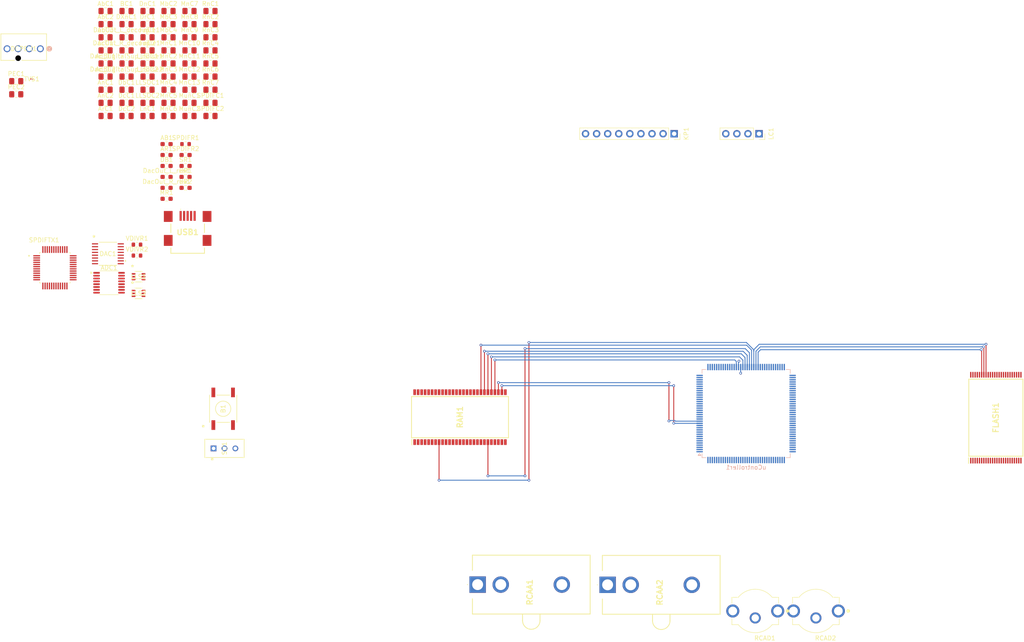
<source format=kicad_pcb>
(kicad_pcb (version 20240108) (generator "pcbnew") (generator_version "8.0")
  (layers (0 "F.Cu" signal "F_Analog.Cu") (1 "In1.Cu" signal "PWR") (2 "In2.Cu" signal "GND") (31 "B.Cu" signal "B_Digital.Cu") (34 "B.Paste" user) (35 "F.Paste" user) (36 "B.SilkS" user "B.Silkscreen") (37 "F.SilkS" user "F.Silkscreen") (38 "B.Mask" user) (39 "F.Mask" user) (44 "Edge.Cuts" user))
  (net 0 "")
  (net 1 "GNDA")
  (net 2 "/I2S1_WS")
  (net 3 "VDDA")
  (net 4 "VDD")
  (net 5 "/I2S1_SDI")
  (net 6 "Net-(ADC1-VA)")
  (net 7 "Net-(ADC1-RIN)")
  (net 8 "Net-(ADC1-REGO)")
  (net 9 "/I2S1_CK")
  (net 10 "/I2S1_MCK")
  (net 11 "Net-(ADC1-VCOM)")
  (net 12 "GNDD")
  (net 13 "Net-(ADC1-LIN)")
  (net 14 "Net-(AdbC1-Pad1)")
  (net 15 "Net-(AdbC2-Pad1)")
  (net 16 "/RST_BTN")
  (net 17 "Net-(DacOut_L_decouple1-Pad1)")
  (net 18 "Net-(DAC1-VREF)")
  (net 19 "Net-(DAC1-CPCB)")
  (net 20 "Net-(DAC1-CPOUT)")
  (net 21 "/I2S2_MCK")
  (net 22 "/I2S2_SDO")
  (net 23 "/I2S2_WS")
  (net 24 "Net-(DacOut_R_decouple1-Pad1)")
  (net 25 "/I2S2_CK")
  (net 26 "Net-(DAC1-CPCA)")
  (net 27 "Net-(DAC1-VDDA)")
  (net 28 "Net-(DAC1-RLINEOUT)")
  (net 29 "Net-(DAC1-LLINEOU)")
  (net 30 "Net-(LLS1-B)")
  (net 31 "Net-(LLS2-B)")
  (net 32 "/FMC_D0")
  (net 34 "/FMC_D6")
  (net 36 "/FMC_NWAIT")
  (net 39 "/FMC_D7")
  (net 41 "/FMC_D1")
  (net 42 "/FMC_NOE")
  (net 45 "/FMC_D5")
  (net 48 "/FMC_NWE")
  (net 49 "/FMC_D4")
  (net 56 "/FMC_ALE")
  (net 57 "/FMC_NCE")
  (net 66 "/Flash_WP")
  (net 68 "/FMC_D3")
  (net 70 "/FMC_CLE")
  (net 74 "/FMC_D2")
  (net 76 "Net-(uController1-VREF+)")
  (net 77 "VDD_DIV")
  (net 78 "/FMC_A3")
  (net 79 "/I2C2_SCL")
  (net 80 "/FMC_A9")
  (net 82 "/FMC_D11")
  (net 83 "/FMC_D10")
  (net 84 "/FMC_NBL0")
  (net 85 "/FMC_A7")
  (net 86 "/FMC_A2")
  (net 87 "/FMC_A1")
  (net 88 "/FMC_SDCKE0")
  (net 89 "/FMC_D15")
  (net 90 "/FMC_A0")
  (net 91 "/FMC_A6")
  (net 92 "/FMC_D8")
  (net 93 "/FMC_BA1")
  (net 94 "/FMC_A8")
  (net 95 "/FMC_D12")
  (net 96 "/FMC_D14")
  (net 97 "/FMC_SDNRAS")
  (net 98 "/FMC_SDNE0")
  (net 99 "/FMC_D9")
  (net 100 "/FMC_A4")
  (net 101 "/FMC_NBL1")
  (net 102 "/FMC_BA0")
  (net 103 "/FMC_A5")
  (net 104 "/FMC_SDNWE")
  (net 105 "/FMC_SDCLK")
  (net 106 "/FMC_SDNCAS")
  (net 108 "/FMC_D13")
  (net 109 "/FMC_A10")
  (net 110 "Net-(MbC3-Pad1)")
  (net 111 "Net-(MbC4-Pad1)")
  (net 115 "/I2S3_CK")
  (net 122 "/I2C1_SDA")
  (net 126 "/I2S3_WS")
  (net 138 "/I2S3_MCK")
  (net 141 "/SPDIFTX_OUT")
  (net 147 "/I2C1_SCL")
  (net 151 "/I2S3_SDO")
  (net 152 "/SPDIFRX_IN0")
  (net 155 "/I2C2_SDA")
  (net 158 "Net-(RCAD1-Pad2)")
  (net 160 "Net-(RCAD2-Pad2)")
  (net 162 "Net-(SPDIFC2-Pad2)")
  (net 166 "/KP_Col3")
  (net 167 "Net-(SR1-Pad1)")
  (net 168 "/BOOTSW")
  (net 170 "/USB_OTG_HS_VBUS")
  (net 171 "/USB_OTG_HS_DP")
  (net 172 "/KP_Row2")
  (net 173 "/USB_OTG_HS_DM")
  (net 175 "/KP_Col4")
  (net 180 "Net-(UR1-Pad2)")
  (net 183 "/KP_Row3")
  (net 191 "/KP_Row1")
  (net 197 "/KP_Col2")
  (net 198 "/FMC_A11")
  (net 200 "/KP_Col1")
  (net 201 "Net-(DCPEM1-Pad1)")
  (net 204 "/KP_Col5")
  (net 214 "Net-(DCPEM1-Pad2)")
  (net 215 "Net-(ADC1-~{PDN})")
  (net 216 "/KP_Row4")
  (net 219 "Net-(USB1-MP1)")
  (footprint "Capacitor_SMD:C_0805_2012Metric_Pad1.18x1.45mm_HandSolder" (layer "F.Cu") (at 66.149 33.4006)
    (property "Reference" "DbC1")
    (property "Value" "15u")
  )
  (footprint "CustomModels:SOD-962   SL2_TOS" (layer "F.Cu") (at 44.4248 30.937799)
    (property "Reference" "TVS1")
    (property "Value" "DF2S5M4SL_L3F")
  )
  (footprint "Resistor_SMD:R_0603_1608Metric_Pad0.98x0.95mm_HandSolder" (layer "F.Cu") (at 79.679 53.4006)
    (property "Reference" "UR1")
    (property "Value" "33k")
  )
  (footprint "Capacitor_SMD:C_0805_2012Metric_Pad1.18x1.45mm_HandSolder" (layer "F.Cu") (at 75.769 15.3406)
    (property "Reference" "MbC2")
    (property "Value" "1u")
  )
  (footprint "Capacitor_SMD:C_0805_2012Metric_Pad1.18x1.45mm_HandSolder" (layer "F.Cu") (at 80.579 21.3606)
    (property "Reference" "MnC9")
    (property "Value" "0.1u")
  )
  (footprint "Capacitor_SMD:C_0805_2012Metric_Pad1.18x1.45mm_HandSolder" (layer "F.Cu") (at 66.149 27.3806)
    (property "Reference" "Dac_DigitalSup_noise1")
    (property "Value" "0.15u")
  )
  (footprint "Capacitor_SMD:C_0805_2012Metric_Pad1.18x1.45mm_HandSolder" (layer "F.Cu") (at 70.959 33.4006)
    (property "Reference" "LLSOC1")
    (property "Value" "0.15u")
  )
  (footprint "Capacitor_SMD:C_0805_2012Metric_Pad1.18x1.45mm_HandSolder" (layer "F.Cu") (at 75.769 39.4206)
    (property "Reference" "MnC6")
    (property "Value" "0.1u")
  )
  (footprint "Capacitor_SMD:C_0805_2012Metric_Pad1.18x1.45mm_HandSolder" (layer "F.Cu") (at 70.959 36.4106)
    (property "Reference" "LLSOC2")
    (property "Value" "0.15u")
  )
  (footprint "CustomModels:DIX9211PTR" (layer "F.Cu") (at 49.724 74.2506)
    (property "Reference" "SPDIFTX1")
    (property "Value" "DIX9211PTR")
  )
  (footprint "Capacitor_SMD:C_0805_2012Metric_Pad1.18x1.45mm_HandSolder" (layer "F.Cu") (at 80.579 30.3906)
    (property "Reference" "MnC12")
    (property "Value" "0.1u")
  )
  (footprint "Resistor_SMD:R_0603_1608Metric" (layer "F.Cu") (at 68.539 71.4506)
    (property "Reference" "VDIVR2")
    (property "Value" "2.21k")
  )
  (footprint "Capacitor_SMD:C_0805_2012Metric_Pad1.18x1.45mm_HandSolder" (layer "F.Cu") (at 61.339 39.4206)
    (property "Reference" "ArC1")
    (property "Value" "1u")
  )
  (footprint "Capacitor_SMD:C_0805_2012Metric_Pad1.18x1.45mm_HandSolder" (layer "F.Cu") (at 85.389 24.3706)
    (property "Reference" "RnC4")
    (property "Value" "0.15u")
  )
  (footprint "Capacitor_SMD:C_0805_2012Metric_Pad1.18x1.45mm_HandSolder" (layer "F.Cu") (at 80.579 15.3406)
    (property "Reference" "MnC7")
    (property "Value" "0.1u")
  )
  (footprint "Capacitor_SMD:C_0805_2012Metric_Pad1.18x1.45mm_HandSolder" (layer "F.Cu") (at 85.389 27.3806)
    (property "Reference" "RnC5")
    (property "Value" "0.15u")
  )
  (footprint "Capacitor_SMD:C_0805_2012Metric_Pad1.18x1.45mm_HandSolder" (layer "F.Cu") (at 61.339 36.4106)
    (property "Reference" "AnC2")
    (property "Value" "0.1u")
  )
  (footprint "Resistor_SMD:R_0603_1608Metric_Pad0.98x0.95mm_HandSolder" (layer "F.Cu") (at 75.329 45.8706)
    (property "Reference" "AB1")
    (property "Value" "600")
  )
  (footprint "Capacitor_SMD:C_0805_2012Metric_Pad1.18x1.45mm_HandSolder" (layer "F.Cu") (at 85.389 39.4206)
    (property "Reference" "SPDIFC2")
    (property "Value" "0.1u")
  )
  (footprint "Capacitor_SMD:C_0805_2012Metric_Pad1.18x1.45mm_HandSolder" (layer "F.Cu") (at 66.149 36.4106)
    (property "Reference" "DcC1")
    (property "Value" "220nF")
  )
  (footprint "Capacitor_SMD:C_0805_2012Metric_Pad1.18x1.45mm_HandSolder" (layer "F.Cu") (at 80.579 36.4106)
    (property "Reference" "MunC1")
    (property "Value" "0.1u")
  )
  (footprint "Resistor_SMD:R_0603_1608Metric" (layer "F.Cu") (at 68.539 68.9406)
    (property "Reference" "VDIVR1")
    (property "Value" "8.87k")
  )
  (footprint "Capacitor_SMD:C_0805_2012Metric_Pad1.18x1.45mm_HandSolder" (layer "F.Cu") (at 80.579 33.4006)
    (property "Reference" "MnC13")
    (property "Value" "0.1u")
  )
  (footprint "CustomModels:CUI_RCJ-027" (layer "F.Cu") (at 224.2 153 180)
    (property "Reference" "RCAD2")
    (property "Value" "RCJ-027")
  )
  (footprint "CustomModels:DCK6_TEX" (layer "F.Cu") (at 68.8963 76.3053)
    (property "Reference" "LLS1")
    (property "Value" "SN74AXCH1T45DCKR")
  )
  (footprint "Capacitor_SMD:C_0805_2012Metric_Pad1.18x1.45mm_HandSolder" (layer "F.Cu") (at 66.149 24.3706)
    (property "Reference" "DacOut_R_decouple1")
    (property "Value" "2.7n")
  )
  (footprint "KiCad:SOP50P2000X120-48N" (layer "F.Cu") (at 265.45 108.65 90)
    (property "Reference" "FLASH1")
    (property "Value" "TC58BVG1S3HTA00" (hide yes))
  )
  (footprint "Package_SO:TSSOP-16_4.4x5mm_P0.65mm" (layer "F.Cu") (at 62.134 77.6906)
    (property "Reference" "ADC1")
    (property "Value" "AK5720VT")
  )
  (footprint "Capacitor_SMD:C_0805_2012Metric_Pad1.18x1.45mm_HandSolder" (layer "F.Cu") (at 70.959 24.3706)
    (property "Reference" "FnC2")
    (property "Value" "0.15u")
  )
  (footprint "Resistor_SMD:R_0603_1608Metric_Pad0.98x0.95mm_HandSolder" (layer "F.Cu") (at 75.329 58.4206)
    (property "Reference" "MR1")
    (property "Value" "100k")
  )
  (footprint "CustomModels:CONN_SD-47053-001_H10p00_MOL" (layer "F.Cu") (at 46.38 24)
    (property "Reference" "DCPEM1")
    (property "Value" "470531000")
  )
  (footprint "Capacitor_SMD:C_0805_2012Metric_Pad1.18x1.45mm_HandSolder" (layer "F.Cu") (at 75.769 33.4006)
    (property "Reference" "MnC4")
    (property "Value" "0.1u")
  )
  (footprint "Capacitor_SMD:C_0805_2012Metric_Pad1.18x1.45mm_HandSolder" (layer "F.Cu") (at 75.769 21.3606)
    (property "Reference" "MbC4")
    (property "Value" "2.2u")
  )
  (footprint "Capacitor_SMD:C_0805_2012Metric_Pad1.18x1.45mm_HandSolder" (layer "F.Cu") (at 75.769 36.4106)
    (property "Reference" "MnC5")
    (property "Value" "0.1u")
  )
  (footprint "CustomModels:USBM26FTR" (layer "F.Cu") (at 80.154 65.7756)
    (property "Reference" "USB1")
    (property "Value" "USB-M26FTR" (hide yes))
  )
  (footprint "Resistor_SMD:R_0603_1608Metric_Pad0.98x0.95mm_HandSolder" (layer "F.Cu") (at 79.679 50.8906)
    (property "Reference" "SR1")
    (property "Value" "10k")
  )
  (footprint "Capacitor_SMD:C_0805_2012Metric_Pad1.18x1.45mm_HandSolder" (layer "F.Cu") (at 75.769 27.3806)
    (property "Reference" "MnC2")
    (property "Value" "0.1u")
  )
  (footprint "Resistor_SMD:R_0603_1608Metric_Pad0.98x0.95mm_HandSolder" (layer "F.Cu") (at 75.329 48.3806)
    (property "Reference" "AR1")
    (property "Value" "100k")
  )
  (footprint "Capacitor_SMD:C_0805_2012Metric_Pad1.18x1.45mm_HandSolder" (layer "F.Cu") (at 85.389 21.3606)
    (property "Reference" "RnC3")
    (property "Value" "0.15u")
  )
  (footprint "CustomModels:TSSOP16_NAU8402_NUV" (layer "F.Cu") (at 61.8718 71.0431)
    (property "Reference" "DAC1")
    (property "Value" "NAU8402WG")
  )
  (footprint "Capacitor_SMD:C_0805_2012Metric_Pad1.18x1.45mm_HandSolder" (layer "F.Cu") (at 70.959 27.3806)
    (property "Reference" "LLSIC1")
    (property "Value" "0.15u")
  )
  (footprint "CustomModels:FW6190" (layer "F.Cu") (at 176.4415 147 -90)
    (property "Reference" "RCAA2")
    (property "Value" "FW6190" (hide yes))
  )
  (footprint "Capacitor_SMD:C_0805_2012Metric_Pad1.18x1.45mm_HandSolder" (layer "F.Cu") (at 61.339 24.3706)
    (property "Reference" "AcC1")
    (property "Value" "0.47u")
  )
  (footprint "Capacitor_SMD:C_0805_2012Metric_Pad1.18x1.45mm_HandSolder" (layer "F.Cu") (at 66.149 21.3606)
    (property "Reference" "DacOut_L_decouple1")
    (property "Value" "2.7n")
  )
  (footprint "Capacitor_SMD:C_0805_2012Metric_Pad1.18x1.45mm_HandSolder" (layer "F.Cu") (at 70.959 18.3506)
    (property "Reference" "DrC1")
    (property "Value" "2.2uF")
  )
  (footprint "Resistor_SMD:R_0603_1608Metric" (layer "F.Cu") (at 79.679 45.8706)
    (property "Reference" "SPDIFR1")
    (property "Value" "75")
  )
  (footprint "CustomModels:SWITCH_45SK43SMTR92LFS" (layer "F.Cu") (at 88.3 106.6 90)
    (property "Reference" "B1")
    (property "Value" "PTS645SK43SMTR92LFS")
  )
  (footprint "Capacitor_SMD:C_0805_2012Metric_Pad1.18x1.45mm_HandSolder" (layer "F.Cu") (at 61.339 15.3406)
    (property "Reference" "AbC1")
    (property "Value" "10u")
  )
  (footprint "Resistor_SMD:R_0603_1608Metric_Pad0.98x0.95mm_HandSolder" (layer "F.Cu") (at 79.679 48.3806)
    (property "Reference" "SPDIFR2")
    (property "Value" "75")
  )
  (footprint "Capacitor_SMD:C_0805_2012Metric_Pad1.18x1.45mm_HandSolder" (layer "F.Cu") (at 85.389 30.3906)
    (property "Reference" "RnC6")
    (property "Value" "0.15u")
  )
  (footprint "Resistor_SMD:R_0603_1608Metric_Pad0.98x0.95mm_HandSolder" (layer "F.Cu") (at 75.329 53.4006)
    (property "Reference" "DacOut_L_res1")
    (property "Value" "500")
  )
  (footprint "Capacitor_SMD:C_0805_2012Metric_Pad1.18x1.45mm_HandSolder" (layer "F.Cu") (at 85.389 36.4106)
    (property "Reference" "SPDIFC1")
    (property "Value" "0.1u")
  )
  (footprint "Capacitor_SMD:C_0805_2012Metric_Pad1.18x1.45mm_HandSolder" (layer "F.Cu") (at 61.339 18.3506)
    (property "Reference" "AbC2")
    (property "Value" "10u")
  )
  (footprint "Capacitor_SMD:C_0805_2012Metric_Pad1.18x1.45mm_HandSolder" (layer "F.Cu") (at 70.959 21.3606)
    (property "Reference" "FnC1")
    (property "Value" "0.15u")
  )
  (footprint "Capacitor_SMD:C_0805_2012Metric_Pad1.18x1.45mm_HandSolder" (layer "F.Cu") (at 80.579 27.3806)
    (property "Reference" "MnC11")
    (property "Value" "0.1u")
  )
  (footprint "Capacitor_SMD:C_0805_2012Metric_Pad1.18x1.45mm_HandSolder" (layer "F.Cu") (at 80.579 18.3506)
    (property "Reference" "MnC8")
    (property "Value" "0.1u")
  )
  (footprint "Capacitor_SMD:C_0805_2012Metric_Pad1.18x1.45mm_HandSolder" (layer "F.Cu") (at 66.149 39.4206)
    (property "Reference" "DcC2")
    (property "Value" "4.7uF")
  )
  (footprint "Capacitor_SMD:C_0805_2012Metric_Pad1.18x1.45mm_HandSolder" (layer "F.Cu") (at 66.149 18.3506)
    (property "Reference" "DXnC1")
    (property "Value" "0.15u")
  )
  (footprint "Capacitor_SMD:C_0805_2012Metric_Pad1.18x1.45mm_HandSolder" (layer "F.Cu") (at 40.8594 31.434799)
    (property "Reference" "PEC1")
    (property "Value" "0.1u")
  )
  (footprint "Capacitor_SMD:C_0805_2012Metric_Pad1.18x1.45mm_HandSolder" (layer "F.Cu") (at 70.959 15.3406)
    (property "Reference" "DnC1")
    (property "Value" "0.15u")
  )
  (footprint "Capacitor_SMD:C_0805_2012Metric_Pad1.18x1.45mm_HandSolder" (layer "F.Cu") (at 75.769 30.3906)
    (property "Reference" "MnC3")
    (property "Value" "0.1u")
  )
  (footprint "Capacitor_SMD:C_0805_2012Metric_Pad1.18x1.45mm_HandSolder" (layer "F.Cu") (at 61.339 21.3606)
    (property "Reference" "AbC3")
    (property "Value" "4.7u")
  )
  (footprint "Capacitor_SMD:C_0805_2012Metric_Pad1.18x1.45mm_HandSolder" (layer "F.Cu") (at 75.769 18.3506)
    (property "Reference" "MbC3")
    (property "Value" "2.2u")
  )
  (footprint "Capacitor_SMD:C_0805_2012Metric_Pad1.18x1.45mm_HandSolder" (layer "F.Cu") (at 80.579 24.3706)
    (property "Reference" "MnC10")
    (property "Value" "0.1u")
  )
  (footprint "Capacitor_SMD:C_0805_2012Metric_Pad1.18x1.45mm_HandSolder" (layer "F.Cu") (at 80.579 39.4206)
    (property "Reference" "MunC2")
    (property "Value" "1u")
  )
  (footprint "Capacitor_SMD:C_0805_2012Metric_Pad1.18x1.45mm_HandSolder" (layer "F.Cu") (at 66.149 30.3906)
    (property "Reference" "Dac_DigitalSup_noise2")
    (property "Value" "0.15u")
  )
  (footprint "CustomModels:SLW-883935_CUD" (layer "F.Cu") (at 86.1 115.7 90)
    (property "Reference" "SW1")
    (property "Value" "SLW-883935-2A-D")
  )
  (footprint "Capacitor_SMD:C_0805_2012Metric_Pad1.18x1.45mm_HandSolder" (layer "F.Cu") (at 40.8594 34.444799)
    (property "Reference" "PEC2")
    (property "Value" "1u")
  )
  (footprint "Capacitor_SMD:C_0805_2012Metric_Pad1.18x1.45mm_HandSolder" (layer "F.Cu") (at 75.769 24.3706)
    (property "Reference" "MnC1")
    (property "Value" "0.1u")
  )
  (footprint "Connector_PinSocket_2.54mm:PinSocket_1x09_P2.54mm_Vertical" (layer "F.Cu") (at 191.7 43.5 -90)
    (property "Reference" "KP1")
    (property "Value" "~")
  )
  (footprint "Capacitor_SMD:C_0805_2012Metric_Pad1.18x1.45mm_HandSolder" (layer "F.Cu") (at 61.339 33.4006)
    (property "Reference" "AnC1")
    (property "Value" "0.1u")
  )
  (footprint "CustomModels:DCK6_TEX" (layer "F.Cu") (at 68.8963 80.1247)
    (property "Reference" "LLS2")
    (property "Value" "SN74AXCH1T45DCKR")
  )
  (footprint "Connector_PinSocket_2.54mm:PinSocket_1x04_P2.54mm_Vertical" (layer "F.Cu") (at 211.16 43.5 -90)
    (property "Reference" "LC1")
    (property "Value" "~")
  )
  (footprint "Resistor_SMD:R_0603_1608Metric_Pad0.98x0.95mm_HandSolder" (layer "F.Cu") (at 75.329 50.8906)
    (property "Reference" "DB1")
    (property "Value" "600")
  )
  (footprint "CustomModels:FW6190" (layer "F.Cu") (at 146.6415 146.95 -90)
    (property "Reference" "RCAA1")
    (property "Value" "FW6190" (hide yes))
  )
  (footprint "Resistor_SMD:R_0603_1608Metric_Pad0.98x0.95mm_HandSolder" (layer "F.Cu") (at 75.329 55.9106)
    (property "Reference" "DacOut_R_res1")
    (property "Value" "500")
  )
  (footprint "Capacitor_SMD:C_0805_2012Metric_Pad1.18x1.45mm_HandSolder" (layer "F.Cu") (at 85.389 15.3406)
    (property "Reference" "RnC1")
    (property "Value" "0.15u")
  )
  (footprint "Capacitor_SMD:C_0805_2012Metric_Pad1.18x1.45mm_HandSolder" (layer "F.Cu") (at 85.389 33.4006)
    (property "Reference" "RnC7")
    (property "Value" "0.15u")
  )
  (footprint "CustomModels:SOP80P1176X120-54N" (layer "F.Cu") (at 142.6 108.528 90)
    (property "Reference" "RAM1")
    (property "Value" "AS4C8M16SA-6TCN" (hide yes))
  )
  (footprint "Capacitor_SMD:C_0805_2012Metric_Pad1.18x1.45mm_HandSolder" (layer "F.Cu") (at 61.339 27.3806)
    (property "Reference" "AdbC1")
    (property "Value" "10u")
  )
  (footprint "Capacitor_SMD:C_0805_2012Metric_Pad1.18x1.45mm_HandSolder" (layer "F.Cu") (at 70.959 39.4206)
    (property "Reference" "LnC1")
    (property "Value" "0.15u")
  )
  (footprint "Capacitor_SMD:C_0805_2012Metric_Pad1.18x1.45mm_HandSolder" (layer "F.Cu") (at 70.959 30.3906)
    (property "Reference" "LLSIC2")
    (property "Value" "0.15u")
  )
  (footprint "Capacitor_SMD:C_0805_2012Metric_Pad1.18x1.45mm_HandSolder" (layer "F.Cu") (at 66.149 15.3406)
    (property "Reference" "BC1")
    (property "Value" "0.1u")
  )
  (footprint "Resistor_SMD:R_0603_1608Metric_Pad0.98x0.95mm_HandSolder" (layer "F.Cu") (at 79.679 55.9106)
    (property "Reference" "UR2")
    (property "Value" "82k")
  )
  (footprint "CustomModels:CUI_RCJ-027" (layer "F.Cu") (at 210.2875 153 180)
    (property "Reference" "RCAD1")
    (property "Value" "RCJ-027")
  )
  (footprint "Capacitor_SMD:C_0805_2012Metric_Pad1.18x1.45mm_HandSolder" (layer "F.Cu") (at 85.389 18.3506)
    (property "Reference" "RnC2")
    (property "Value" "0.15u")
  )
  (footprint "Capacitor_SMD:C_0805_2012Metric_Pad1.18x1.45mm_HandSolder" (layer "F.Cu") (at 61.339 30.3906)
    (property "Reference" "AdbC2")
    (property "Value" "10u")
  )
  (footprint "Package_QFP:LQFP-144_20x20mm_P0.5mm" (layer "B.Cu") (at 208.2 107.7)
    (property "Reference" "uController1")
    (property "Value" "STM32H7A3ZITx")
  )
  (via (at 206.95 98.44) (size 0.6) (drill 0.3) (layers "F.Cu" "B.Cu") (net 4))
  (segment (start 206.95 97.037499) (end 206.95 98.44) (width 0.2) (layer "B.Cu") (net 4))
  (via (at 206.545727 95.678513) (size 0.6) (drill 0.3) (layers "F.Cu" "B.Cu") (net 12))
  (segment (start 206.545727 95.678513) (end 206.45 95.77424) (width 0.2) (layer "B.Cu") (net 12))
  (segment (start 206.45 95.77424) (end 206.45 97.0375) (width 0.2) (layer "B.Cu") (net 12))
  (segment (start 262.1 93.25) (end 262.2 93.35) (width 0.2) (layer "F.Cu") (net 34))
  (segment (start 262.1 93.046235) (end 262.1 93.25) (width 0.2) (layer "F.Cu") (net 34))
  (segment (start 262.2 93.35) (end 262.2 98.8) (width 0.2) (layer "F.Cu") (net 34))
  (via (at 262.1 93.046235) (size 0.6) (drill 0.3) (layers "F.Cu" "B.Cu") (net 34))
  (segment (start 210.95 97.0375) (end 210.95 93.61) (width 0.2) (layer "B.Cu") (net 34))
  (segment (start 211.513765 93.046235) (end 262.1 93.046235) (width 0.2) (layer "B.Cu") (net 34))
  (segment (start 210.95 93.61) (end 211.513765 93.046235) (width 0.2) (layer "B.Cu") (net 34))
  (segment (start 262.6 92.4) (end 262.7 92.5) (width 0.2) (layer "F.Cu") (net 45))
  (segment (start 262.7 92.5) (end 262.7 98.8) (width 0.2) (layer "F.Cu") (net 45))
  (via (at 262.6 92.4) (size 0.6) (drill 0.3) (layers "F.Cu" "B.Cu") (net 45))
  (segment (start 210.45 93.4) (end 211.45 92.4) (width 0.2) (layer "B.Cu") (net 45))
  (segment (start 211.45 92.4) (end 262.6 92.4) (width 0.2) (layer "B.Cu") (net 45))
  (segment (start 210.45 97.0375) (end 210.45 93.4) (width 0.2) (layer "B.Cu") (net 45))
  (segment (start 158.4 91.4) (end 158.4 123) (width 0.2) (layer "F.Cu") (net 49))
  (segment (start 263.2 91.8) (end 263.2 98.8) (width 0.2) (layer "F.Cu") (net 49))
  (segment (start 137.8 123) (end 137.8 114.256) (width 0.2) (layer "F.Cu") (net 49))
  (via (at 263.2 91.8) (size 0.6) (drill 0.3) (layers "F.Cu" "B.Cu") (net 49))
  (via (at 137.8 123) (size 0.6) (drill 0.3) (layers "F.Cu" "B.Cu") (net 49))
  (via (at 158.4 91.4) (size 0.6) (drill 0.3) (layers "F.Cu" "B.Cu") (net 49))
  (via (at 158.4 123) (size 0.6) (drill 0.3) (layers "F.Cu" "B.Cu") (net 49))
  (segment (start 158.4 123) (end 137.8 123) (width 0.2) (layer "B.Cu") (net 49))
  (segment (start 209.95 93.084314) (end 208.265686 91.4) (width 0.2) (layer "B.Cu") (net 49))
  (segment (start 209.95 93.05) (end 209.95 93.35) (width 0.2) (layer "B.Cu") (net 49))
  (segment (start 263.2 91.8) (end 211.2 91.8) (width 0.2) (layer "B.Cu") (net 49))
  (segment (start 209.95 93.35) (end 209.95 93.084314) (width 0.2) (layer "B.Cu") (net 49))
  (segment (start 208.265686 91.4) (end 158.4 91.4) (width 0.2) (layer "B.Cu") (net 49))
  (segment (start 211.2 91.8) (end 209.95 93.05) (width 0.2) (layer "B.Cu") (net 49))
  (segment (start 209.95 93.35) (end 209.95 97.0375) (width 0.2) (layer "B.Cu") (net 49))
  (segment (start 148.2 102.8) (end 148.2 93.4) (width 0.2) (layer "F.Cu") (net 80))
  (via (at 148.2 93.4) (size 0.6) (drill 0.3) (layers "F.Cu" "B.Cu") (net 80))
  (segment (start 148.2 93.4) (end 207.5 93.4) (width 0.2) (layer "B.Cu") (net 80))
  (segment (start 208.45 94.35) (end 208.45 97.0375) (width 0.2) (layer "B.Cu") (net 80))
  (segment (start 207.5 93.4) (end 208.45 94.35) (width 0.2) (layer "B.Cu") (net 80))
  (segment (start 149.8 102.8) (end 149.8 94.7) (width 0.2) (layer "F.Cu") (net 85))
  (via (at 149.8 94.7) (size 0.6) (drill 0.3) (layers "F.Cu" "B.Cu") (net 85))
  (segment (start 149.8 94.7) (end 206.7 94.7) (width 0.2) (layer "B.Cu") (net 85))
  (segment (start 206.7 94.7) (end 207.45 95.45) (width 0.2) (layer "B.Cu") (net 85))
  (segment (start 207.45 95.45) (end 207.45 97.0375) (width 0.2) (layer "B.Cu") (net 85))
  (segment (start 150.6 102.8) (end 150.6 95.4) (width 0.2) (layer "F.Cu") (net 91))
  (via (at 150.6 95.4) (size 0.6) (drill 0.3) (layers "F.Cu" "B.Cu") (net 91))
  (segment (start 205.95 95.75) (end 205.95 97.0375) (width 0.2) (layer "B.Cu") (net 91))
  (segment (start 205.6 95.4) (end 205.95 95.75) (width 0.2) (layer "B.Cu") (net 91))
  (segment (start 150.6 95.4) (end 205.6 95.4) (width 0.2) (layer "B.Cu") (net 91))
  (segment (start 149 102.8) (end 149 94) (width 0.2) (layer "F.Cu") (net 94))
  (via (at 149 94) (size 0.6) (drill 0.3) (layers "F.Cu" "B.Cu") (net 94))
  (segment (start 207.95 94.85) (end 207.95 97.0375) (width 0.2) (layer "B.Cu") (net 94))
  (segment (start 149 94) (end 207.1 94) (width 0.2) (layer "B.Cu") (net 94))
  (segment (start 207.1 94) (end 207.95 94.85) (width 0.2) (layer "B.Cu") (net 94))
  (segment (start 152.2 102.8) (end 152.2 101.3) (width 0.2) (layer "F.Cu") (net 100))
  (segment (start 191.6 101.3) (end 191.6 109.9) (width 0.2) (layer "F.Cu") (net 100))
  (via (at 152.2 101.3) (size 0.6) (drill 0.3) (layers "F.Cu" "B.Cu") (net 100))
  (via (at 191.6 101.3) (size 0.6) (drill 0.3) (layers "F.Cu" "B.Cu") (net 100))
  (via (at 191.6 109.9) (size 0.6) (drill 0.3) (layers "F.Cu" "B.Cu") (net 100))
  (segment (start 152.2 101.3) (end 191.6 101.3) (width 0.2) (layer "B.Cu") (net 100))
  (segment (start 191.6 109.9) (end 191.65 109.95) (width 0.2) (layer "B.Cu") (net 100))
  (segment (start 191.65 109.95) (end 197.5375 109.95) (width 0.2) (layer "B.Cu") (net 100))
  (segment (start 190.5 100.6) (end 190.5 109.4) (width 0.2) (layer "F.Cu") (net 103))
  (segment (start 151.4 102.8) (end 151.4 100.6) (width 0.2) (layer "F.Cu") (net 103))
  (via (at 151.4 100.6) (size 0.6) (drill 0.3) (layers "F.Cu" "B.Cu") (net 103))
  (via (at 190.5 109.4) (size 0.6) (drill 0.3) (layers "F.Cu" "B.Cu") (net 103))
  (via (at 190.5 100.6) (size 0.6) (drill 0.3) (layers "F.Cu" "B.Cu") (net 103))
  (segment (start 190.5 109.4) (end 190.6 109.3) (width 0.2) (layer "B.Cu") (net 103))
  (segment (start 191.848529 109.3) (end 191.998529 109.45) (width 0.2) (layer "B.Cu") (net 103))
  (segment (start 151.4 100.6) (end 190.5 100.6) (width 0.2) (layer "B.Cu") (net 103))
  (segment (start 190.6 109.3) (end 191.848529 109.3) (width 0.2) (layer "B.Cu") (net 103))
  (segment (start 191.998529 109.45) (end 197.5375 109.45) (width 0.2) (layer "B.Cu") (net 103))
  (segment (start 149 122) (end 149 114.256) (width 0.2) (layer "F.Cu") (net 109))
  (segment (start 157.5 92.8) (end 157.5 122) (width 0.2) (layer "F.Cu") (net 109))
  (via (at 157.5 92.8) (size 0.6) (drill 0.3) (layers "F.Cu" "B.Cu") (net 109))
  (via (at 157.5 122) (size 0.6) (drill 0.3) (layers "F.Cu" "B.Cu") (net 109))
  (via (at 149 122) (size 0.6) (drill 0.3) (layers "F.Cu" "B.Cu") (net 109))
  (segment (start 208 92.8) (end 157.5 92.8) (width 0.2) (layer "B.Cu") (net 109))
  (segment (start 157.5 122) (end 149 122) (width 0.2) (layer "B.Cu") (net 109))
  (segment (start 208.95 93.75) (end 208 92.8) (width 0.2) (layer "B.Cu") (net 109))
  (segment (start 208.95 97.0375) (end 208.95 93.75) (width 0.2) (layer "B.Cu") (net 109))
  (segment (start 147.4 102.8) (end 147.4 92) (width 0.2) (layer "F.Cu") (net 198))
  (via (at 147.4 92) (size 0.6) (drill 0.3) (layers "F.Cu" "B.Cu") (net 198))
  (segment (start 209.45 93.15) (end 209.45 97.037499) (width 0.2) (layer "B.Cu") (net 198))
  (segment (start 208.3 92) (end 209.45 93.15) (width 0.2) (layer "B.Cu") (net 198))
  (segment (start 147.4 92) (end 208.3 92) (width 0.2) (layer "B.Cu") (net 198))
)
</source>
